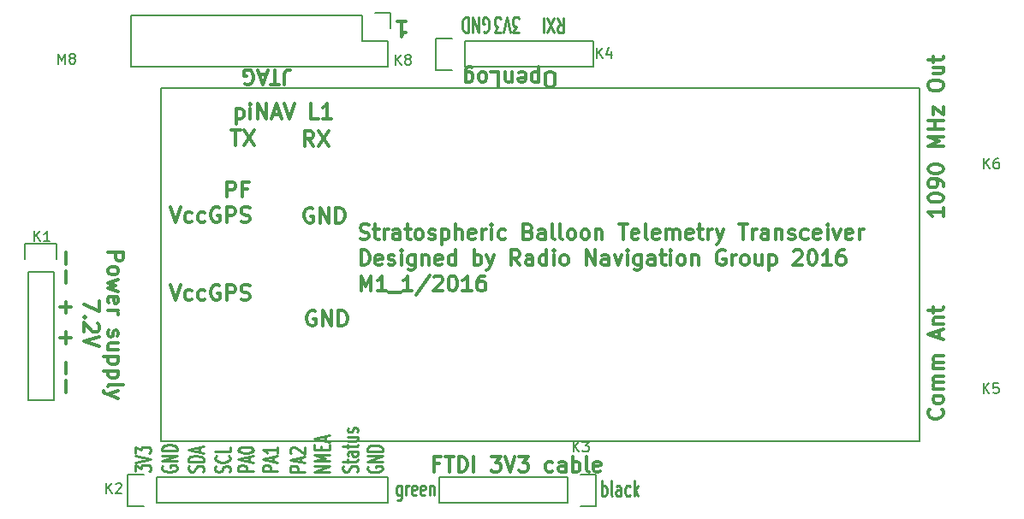
<source format=gbr>
G04 #@! TF.FileFunction,Legend,Top*
%FSLAX46Y46*%
G04 Gerber Fmt 4.6, Leading zero omitted, Abs format (unit mm)*
G04 Created by KiCad (PCBNEW 201611221049+7374~55~ubuntu16.04.1-product) date Sun Nov 27 19:54:39 2016*
%MOMM*%
%LPD*%
G01*
G04 APERTURE LIST*
%ADD10C,0.100000*%
%ADD11C,0.300000*%
%ADD12C,0.200000*%
%ADD13C,0.250000*%
%ADD14C,0.150000*%
G04 APERTURE END LIST*
D10*
D11*
X40557142Y-140178571D02*
X40557142Y-139035714D01*
X40557142Y-138321428D02*
X40557142Y-137178571D01*
X40557142Y-135321428D02*
X40557142Y-134178571D01*
X41128571Y-134750000D02*
X39985714Y-134750000D01*
X40557142Y-132321428D02*
X40557142Y-131178571D01*
X41128571Y-131750000D02*
X39985714Y-131750000D01*
X40557142Y-129321428D02*
X40557142Y-128178571D01*
X40557142Y-127464285D02*
X40557142Y-126321428D01*
X56514285Y-120828571D02*
X56514285Y-119328571D01*
X57085714Y-119328571D01*
X57228571Y-119400000D01*
X57300000Y-119471428D01*
X57371428Y-119614285D01*
X57371428Y-119828571D01*
X57300000Y-119971428D01*
X57228571Y-120042857D01*
X57085714Y-120114285D01*
X56514285Y-120114285D01*
X58514285Y-120042857D02*
X58014285Y-120042857D01*
X58014285Y-120828571D02*
X58014285Y-119328571D01*
X58728571Y-119328571D01*
X50900000Y-129528571D02*
X51400000Y-131028571D01*
X51900000Y-129528571D01*
X53042857Y-130957142D02*
X52900000Y-131028571D01*
X52614285Y-131028571D01*
X52471428Y-130957142D01*
X52400000Y-130885714D01*
X52328571Y-130742857D01*
X52328571Y-130314285D01*
X52400000Y-130171428D01*
X52471428Y-130100000D01*
X52614285Y-130028571D01*
X52900000Y-130028571D01*
X53042857Y-130100000D01*
X54328571Y-130957142D02*
X54185714Y-131028571D01*
X53900000Y-131028571D01*
X53757142Y-130957142D01*
X53685714Y-130885714D01*
X53614285Y-130742857D01*
X53614285Y-130314285D01*
X53685714Y-130171428D01*
X53757142Y-130100000D01*
X53900000Y-130028571D01*
X54185714Y-130028571D01*
X54328571Y-130100000D01*
X55757142Y-129600000D02*
X55614285Y-129528571D01*
X55400000Y-129528571D01*
X55185714Y-129600000D01*
X55042857Y-129742857D01*
X54971428Y-129885714D01*
X54900000Y-130171428D01*
X54900000Y-130385714D01*
X54971428Y-130671428D01*
X55042857Y-130814285D01*
X55185714Y-130957142D01*
X55400000Y-131028571D01*
X55542857Y-131028571D01*
X55757142Y-130957142D01*
X55828571Y-130885714D01*
X55828571Y-130385714D01*
X55542857Y-130385714D01*
X56471428Y-131028571D02*
X56471428Y-129528571D01*
X57042857Y-129528571D01*
X57185714Y-129600000D01*
X57257142Y-129671428D01*
X57328571Y-129814285D01*
X57328571Y-130028571D01*
X57257142Y-130171428D01*
X57185714Y-130242857D01*
X57042857Y-130314285D01*
X56471428Y-130314285D01*
X57900000Y-130957142D02*
X58114285Y-131028571D01*
X58471428Y-131028571D01*
X58614285Y-130957142D01*
X58685714Y-130885714D01*
X58757142Y-130742857D01*
X58757142Y-130600000D01*
X58685714Y-130457142D01*
X58614285Y-130385714D01*
X58471428Y-130314285D01*
X58185714Y-130242857D01*
X58042857Y-130171428D01*
X57971428Y-130100000D01*
X57900000Y-129957142D01*
X57900000Y-129814285D01*
X57971428Y-129671428D01*
X58042857Y-129600000D01*
X58185714Y-129528571D01*
X58542857Y-129528571D01*
X58757142Y-129600000D01*
X50900000Y-121828571D02*
X51400000Y-123328571D01*
X51900000Y-121828571D01*
X53042857Y-123257142D02*
X52900000Y-123328571D01*
X52614285Y-123328571D01*
X52471428Y-123257142D01*
X52400000Y-123185714D01*
X52328571Y-123042857D01*
X52328571Y-122614285D01*
X52400000Y-122471428D01*
X52471428Y-122400000D01*
X52614285Y-122328571D01*
X52900000Y-122328571D01*
X53042857Y-122400000D01*
X54328571Y-123257142D02*
X54185714Y-123328571D01*
X53900000Y-123328571D01*
X53757142Y-123257142D01*
X53685714Y-123185714D01*
X53614285Y-123042857D01*
X53614285Y-122614285D01*
X53685714Y-122471428D01*
X53757142Y-122400000D01*
X53900000Y-122328571D01*
X54185714Y-122328571D01*
X54328571Y-122400000D01*
X55757142Y-121900000D02*
X55614285Y-121828571D01*
X55400000Y-121828571D01*
X55185714Y-121900000D01*
X55042857Y-122042857D01*
X54971428Y-122185714D01*
X54900000Y-122471428D01*
X54900000Y-122685714D01*
X54971428Y-122971428D01*
X55042857Y-123114285D01*
X55185714Y-123257142D01*
X55400000Y-123328571D01*
X55542857Y-123328571D01*
X55757142Y-123257142D01*
X55828571Y-123185714D01*
X55828571Y-122685714D01*
X55542857Y-122685714D01*
X56471428Y-123328571D02*
X56471428Y-121828571D01*
X57042857Y-121828571D01*
X57185714Y-121900000D01*
X57257142Y-121971428D01*
X57328571Y-122114285D01*
X57328571Y-122328571D01*
X57257142Y-122471428D01*
X57185714Y-122542857D01*
X57042857Y-122614285D01*
X56471428Y-122614285D01*
X57900000Y-123257142D02*
X58114285Y-123328571D01*
X58471428Y-123328571D01*
X58614285Y-123257142D01*
X58685714Y-123185714D01*
X58757142Y-123042857D01*
X58757142Y-122900000D01*
X58685714Y-122757142D01*
X58614285Y-122685714D01*
X58471428Y-122614285D01*
X58185714Y-122542857D01*
X58042857Y-122471428D01*
X57971428Y-122400000D01*
X57900000Y-122257142D01*
X57900000Y-122114285D01*
X57971428Y-121971428D01*
X58042857Y-121900000D01*
X58185714Y-121828571D01*
X58542857Y-121828571D01*
X58757142Y-121900000D01*
X65257142Y-132150000D02*
X65114285Y-132078571D01*
X64900000Y-132078571D01*
X64685714Y-132150000D01*
X64542857Y-132292857D01*
X64471428Y-132435714D01*
X64400000Y-132721428D01*
X64400000Y-132935714D01*
X64471428Y-133221428D01*
X64542857Y-133364285D01*
X64685714Y-133507142D01*
X64900000Y-133578571D01*
X65042857Y-133578571D01*
X65257142Y-133507142D01*
X65328571Y-133435714D01*
X65328571Y-132935714D01*
X65042857Y-132935714D01*
X65971428Y-133578571D02*
X65971428Y-132078571D01*
X66828571Y-133578571D01*
X66828571Y-132078571D01*
X67542857Y-133578571D02*
X67542857Y-132078571D01*
X67900000Y-132078571D01*
X68114285Y-132150000D01*
X68257142Y-132292857D01*
X68328571Y-132435714D01*
X68400000Y-132721428D01*
X68400000Y-132935714D01*
X68328571Y-133221428D01*
X68257142Y-133364285D01*
X68114285Y-133507142D01*
X67900000Y-133578571D01*
X67542857Y-133578571D01*
X65007142Y-121950000D02*
X64864285Y-121878571D01*
X64650000Y-121878571D01*
X64435714Y-121950000D01*
X64292857Y-122092857D01*
X64221428Y-122235714D01*
X64150000Y-122521428D01*
X64150000Y-122735714D01*
X64221428Y-123021428D01*
X64292857Y-123164285D01*
X64435714Y-123307142D01*
X64650000Y-123378571D01*
X64792857Y-123378571D01*
X65007142Y-123307142D01*
X65078571Y-123235714D01*
X65078571Y-122735714D01*
X64792857Y-122735714D01*
X65721428Y-123378571D02*
X65721428Y-121878571D01*
X66578571Y-123378571D01*
X66578571Y-121878571D01*
X67292857Y-123378571D02*
X67292857Y-121878571D01*
X67650000Y-121878571D01*
X67864285Y-121950000D01*
X68007142Y-122092857D01*
X68078571Y-122235714D01*
X68150000Y-122521428D01*
X68150000Y-122735714D01*
X68078571Y-123021428D01*
X68007142Y-123164285D01*
X67864285Y-123307142D01*
X67650000Y-123378571D01*
X67292857Y-123378571D01*
X65050000Y-115778571D02*
X64550000Y-115064285D01*
X64192857Y-115778571D02*
X64192857Y-114278571D01*
X64764285Y-114278571D01*
X64907142Y-114350000D01*
X64978571Y-114421428D01*
X65050000Y-114564285D01*
X65050000Y-114778571D01*
X64978571Y-114921428D01*
X64907142Y-114992857D01*
X64764285Y-115064285D01*
X64192857Y-115064285D01*
X65550000Y-114278571D02*
X66550000Y-115778571D01*
X66550000Y-114278571D02*
X65550000Y-115778571D01*
X56957142Y-114228571D02*
X57814285Y-114228571D01*
X57385714Y-115728571D02*
X57385714Y-114228571D01*
X58171428Y-114228571D02*
X59171428Y-115728571D01*
X59171428Y-114228571D02*
X58171428Y-115728571D01*
D12*
X50000000Y-145000000D02*
X50000000Y-110000000D01*
X125000000Y-145000000D02*
X50000000Y-145000000D01*
X125000000Y-110000000D02*
X125000000Y-145000000D01*
X50000000Y-110000000D02*
X125000000Y-110000000D01*
D11*
X57457142Y-112078571D02*
X57457142Y-113578571D01*
X57457142Y-112150000D02*
X57600000Y-112078571D01*
X57885714Y-112078571D01*
X58028571Y-112150000D01*
X58100000Y-112221428D01*
X58171428Y-112364285D01*
X58171428Y-112792857D01*
X58100000Y-112935714D01*
X58028571Y-113007142D01*
X57885714Y-113078571D01*
X57600000Y-113078571D01*
X57457142Y-113007142D01*
X58814285Y-113078571D02*
X58814285Y-112078571D01*
X58814285Y-111578571D02*
X58742857Y-111650000D01*
X58814285Y-111721428D01*
X58885714Y-111650000D01*
X58814285Y-111578571D01*
X58814285Y-111721428D01*
X59528571Y-113078571D02*
X59528571Y-111578571D01*
X60385714Y-113078571D01*
X60385714Y-111578571D01*
X61028571Y-112650000D02*
X61742857Y-112650000D01*
X60885714Y-113078571D02*
X61385714Y-111578571D01*
X61885714Y-113078571D01*
X62171428Y-111578571D02*
X62671428Y-113078571D01*
X63171428Y-111578571D01*
X65528571Y-113078571D02*
X64814285Y-113078571D01*
X64814285Y-111578571D01*
X66814285Y-113078571D02*
X65957142Y-113078571D01*
X66385714Y-113078571D02*
X66385714Y-111578571D01*
X66242857Y-111792857D01*
X66100000Y-111935714D01*
X65957142Y-112007142D01*
X69680714Y-124957142D02*
X69895000Y-125028571D01*
X70252142Y-125028571D01*
X70395000Y-124957142D01*
X70466428Y-124885714D01*
X70537857Y-124742857D01*
X70537857Y-124600000D01*
X70466428Y-124457142D01*
X70395000Y-124385714D01*
X70252142Y-124314285D01*
X69966428Y-124242857D01*
X69823571Y-124171428D01*
X69752142Y-124100000D01*
X69680714Y-123957142D01*
X69680714Y-123814285D01*
X69752142Y-123671428D01*
X69823571Y-123600000D01*
X69966428Y-123528571D01*
X70323571Y-123528571D01*
X70537857Y-123600000D01*
X70966428Y-124028571D02*
X71537857Y-124028571D01*
X71180714Y-123528571D02*
X71180714Y-124814285D01*
X71252142Y-124957142D01*
X71395000Y-125028571D01*
X71537857Y-125028571D01*
X72037857Y-125028571D02*
X72037857Y-124028571D01*
X72037857Y-124314285D02*
X72109285Y-124171428D01*
X72180714Y-124100000D01*
X72323571Y-124028571D01*
X72466428Y-124028571D01*
X73609285Y-125028571D02*
X73609285Y-124242857D01*
X73537857Y-124100000D01*
X73395000Y-124028571D01*
X73109285Y-124028571D01*
X72966428Y-124100000D01*
X73609285Y-124957142D02*
X73466428Y-125028571D01*
X73109285Y-125028571D01*
X72966428Y-124957142D01*
X72895000Y-124814285D01*
X72895000Y-124671428D01*
X72966428Y-124528571D01*
X73109285Y-124457142D01*
X73466428Y-124457142D01*
X73609285Y-124385714D01*
X74109285Y-124028571D02*
X74680714Y-124028571D01*
X74323571Y-123528571D02*
X74323571Y-124814285D01*
X74395000Y-124957142D01*
X74537857Y-125028571D01*
X74680714Y-125028571D01*
X75395000Y-125028571D02*
X75252142Y-124957142D01*
X75180714Y-124885714D01*
X75109285Y-124742857D01*
X75109285Y-124314285D01*
X75180714Y-124171428D01*
X75252142Y-124100000D01*
X75395000Y-124028571D01*
X75609285Y-124028571D01*
X75752142Y-124100000D01*
X75823571Y-124171428D01*
X75895000Y-124314285D01*
X75895000Y-124742857D01*
X75823571Y-124885714D01*
X75752142Y-124957142D01*
X75609285Y-125028571D01*
X75395000Y-125028571D01*
X76466428Y-124957142D02*
X76609285Y-125028571D01*
X76895000Y-125028571D01*
X77037857Y-124957142D01*
X77109285Y-124814285D01*
X77109285Y-124742857D01*
X77037857Y-124600000D01*
X76895000Y-124528571D01*
X76680714Y-124528571D01*
X76537857Y-124457142D01*
X76466428Y-124314285D01*
X76466428Y-124242857D01*
X76537857Y-124100000D01*
X76680714Y-124028571D01*
X76895000Y-124028571D01*
X77037857Y-124100000D01*
X77752142Y-124028571D02*
X77752142Y-125528571D01*
X77752142Y-124100000D02*
X77895000Y-124028571D01*
X78180714Y-124028571D01*
X78323571Y-124100000D01*
X78395000Y-124171428D01*
X78466428Y-124314285D01*
X78466428Y-124742857D01*
X78395000Y-124885714D01*
X78323571Y-124957142D01*
X78180714Y-125028571D01*
X77895000Y-125028571D01*
X77752142Y-124957142D01*
X79109285Y-125028571D02*
X79109285Y-123528571D01*
X79752142Y-125028571D02*
X79752142Y-124242857D01*
X79680714Y-124100000D01*
X79537857Y-124028571D01*
X79323571Y-124028571D01*
X79180714Y-124100000D01*
X79109285Y-124171428D01*
X81037857Y-124957142D02*
X80895000Y-125028571D01*
X80609285Y-125028571D01*
X80466428Y-124957142D01*
X80395000Y-124814285D01*
X80395000Y-124242857D01*
X80466428Y-124100000D01*
X80609285Y-124028571D01*
X80895000Y-124028571D01*
X81037857Y-124100000D01*
X81109285Y-124242857D01*
X81109285Y-124385714D01*
X80395000Y-124528571D01*
X81752142Y-125028571D02*
X81752142Y-124028571D01*
X81752142Y-124314285D02*
X81823571Y-124171428D01*
X81895000Y-124100000D01*
X82037857Y-124028571D01*
X82180714Y-124028571D01*
X82680714Y-125028571D02*
X82680714Y-124028571D01*
X82680714Y-123528571D02*
X82609285Y-123600000D01*
X82680714Y-123671428D01*
X82752142Y-123600000D01*
X82680714Y-123528571D01*
X82680714Y-123671428D01*
X84037857Y-124957142D02*
X83895000Y-125028571D01*
X83609285Y-125028571D01*
X83466428Y-124957142D01*
X83395000Y-124885714D01*
X83323571Y-124742857D01*
X83323571Y-124314285D01*
X83395000Y-124171428D01*
X83466428Y-124100000D01*
X83609285Y-124028571D01*
X83895000Y-124028571D01*
X84037857Y-124100000D01*
X86323571Y-124242857D02*
X86537857Y-124314285D01*
X86609285Y-124385714D01*
X86680714Y-124528571D01*
X86680714Y-124742857D01*
X86609285Y-124885714D01*
X86537857Y-124957142D01*
X86395000Y-125028571D01*
X85823571Y-125028571D01*
X85823571Y-123528571D01*
X86323571Y-123528571D01*
X86466428Y-123600000D01*
X86537857Y-123671428D01*
X86609285Y-123814285D01*
X86609285Y-123957142D01*
X86537857Y-124100000D01*
X86466428Y-124171428D01*
X86323571Y-124242857D01*
X85823571Y-124242857D01*
X87966428Y-125028571D02*
X87966428Y-124242857D01*
X87895000Y-124100000D01*
X87752142Y-124028571D01*
X87466428Y-124028571D01*
X87323571Y-124100000D01*
X87966428Y-124957142D02*
X87823571Y-125028571D01*
X87466428Y-125028571D01*
X87323571Y-124957142D01*
X87252142Y-124814285D01*
X87252142Y-124671428D01*
X87323571Y-124528571D01*
X87466428Y-124457142D01*
X87823571Y-124457142D01*
X87966428Y-124385714D01*
X88895000Y-125028571D02*
X88752142Y-124957142D01*
X88680714Y-124814285D01*
X88680714Y-123528571D01*
X89680714Y-125028571D02*
X89537857Y-124957142D01*
X89466428Y-124814285D01*
X89466428Y-123528571D01*
X90466428Y-125028571D02*
X90323571Y-124957142D01*
X90252142Y-124885714D01*
X90180714Y-124742857D01*
X90180714Y-124314285D01*
X90252142Y-124171428D01*
X90323571Y-124100000D01*
X90466428Y-124028571D01*
X90680714Y-124028571D01*
X90823571Y-124100000D01*
X90895000Y-124171428D01*
X90966428Y-124314285D01*
X90966428Y-124742857D01*
X90895000Y-124885714D01*
X90823571Y-124957142D01*
X90680714Y-125028571D01*
X90466428Y-125028571D01*
X91823571Y-125028571D02*
X91680714Y-124957142D01*
X91609285Y-124885714D01*
X91537857Y-124742857D01*
X91537857Y-124314285D01*
X91609285Y-124171428D01*
X91680714Y-124100000D01*
X91823571Y-124028571D01*
X92037857Y-124028571D01*
X92180714Y-124100000D01*
X92252142Y-124171428D01*
X92323571Y-124314285D01*
X92323571Y-124742857D01*
X92252142Y-124885714D01*
X92180714Y-124957142D01*
X92037857Y-125028571D01*
X91823571Y-125028571D01*
X92966428Y-124028571D02*
X92966428Y-125028571D01*
X92966428Y-124171428D02*
X93037857Y-124100000D01*
X93180714Y-124028571D01*
X93395000Y-124028571D01*
X93537857Y-124100000D01*
X93609285Y-124242857D01*
X93609285Y-125028571D01*
X95252142Y-123528571D02*
X96109285Y-123528571D01*
X95680714Y-125028571D02*
X95680714Y-123528571D01*
X97180714Y-124957142D02*
X97037857Y-125028571D01*
X96752142Y-125028571D01*
X96609285Y-124957142D01*
X96537857Y-124814285D01*
X96537857Y-124242857D01*
X96609285Y-124100000D01*
X96752142Y-124028571D01*
X97037857Y-124028571D01*
X97180714Y-124100000D01*
X97252142Y-124242857D01*
X97252142Y-124385714D01*
X96537857Y-124528571D01*
X98109285Y-125028571D02*
X97966428Y-124957142D01*
X97895000Y-124814285D01*
X97895000Y-123528571D01*
X99252142Y-124957142D02*
X99109285Y-125028571D01*
X98823571Y-125028571D01*
X98680714Y-124957142D01*
X98609285Y-124814285D01*
X98609285Y-124242857D01*
X98680714Y-124100000D01*
X98823571Y-124028571D01*
X99109285Y-124028571D01*
X99252142Y-124100000D01*
X99323571Y-124242857D01*
X99323571Y-124385714D01*
X98609285Y-124528571D01*
X99966428Y-125028571D02*
X99966428Y-124028571D01*
X99966428Y-124171428D02*
X100037857Y-124100000D01*
X100180714Y-124028571D01*
X100395000Y-124028571D01*
X100537857Y-124100000D01*
X100609285Y-124242857D01*
X100609285Y-125028571D01*
X100609285Y-124242857D02*
X100680714Y-124100000D01*
X100823571Y-124028571D01*
X101037857Y-124028571D01*
X101180714Y-124100000D01*
X101252142Y-124242857D01*
X101252142Y-125028571D01*
X102537857Y-124957142D02*
X102395000Y-125028571D01*
X102109285Y-125028571D01*
X101966428Y-124957142D01*
X101895000Y-124814285D01*
X101895000Y-124242857D01*
X101966428Y-124100000D01*
X102109285Y-124028571D01*
X102395000Y-124028571D01*
X102537857Y-124100000D01*
X102609285Y-124242857D01*
X102609285Y-124385714D01*
X101895000Y-124528571D01*
X103037857Y-124028571D02*
X103609285Y-124028571D01*
X103252142Y-123528571D02*
X103252142Y-124814285D01*
X103323571Y-124957142D01*
X103466428Y-125028571D01*
X103609285Y-125028571D01*
X104109285Y-125028571D02*
X104109285Y-124028571D01*
X104109285Y-124314285D02*
X104180714Y-124171428D01*
X104252142Y-124100000D01*
X104395000Y-124028571D01*
X104537857Y-124028571D01*
X104895000Y-124028571D02*
X105252142Y-125028571D01*
X105609285Y-124028571D02*
X105252142Y-125028571D01*
X105109285Y-125385714D01*
X105037857Y-125457142D01*
X104895000Y-125528571D01*
X107109285Y-123528571D02*
X107966428Y-123528571D01*
X107537857Y-125028571D02*
X107537857Y-123528571D01*
X108466428Y-125028571D02*
X108466428Y-124028571D01*
X108466428Y-124314285D02*
X108537857Y-124171428D01*
X108609285Y-124100000D01*
X108752142Y-124028571D01*
X108895000Y-124028571D01*
X110037857Y-125028571D02*
X110037857Y-124242857D01*
X109966428Y-124100000D01*
X109823571Y-124028571D01*
X109537857Y-124028571D01*
X109395000Y-124100000D01*
X110037857Y-124957142D02*
X109895000Y-125028571D01*
X109537857Y-125028571D01*
X109395000Y-124957142D01*
X109323571Y-124814285D01*
X109323571Y-124671428D01*
X109395000Y-124528571D01*
X109537857Y-124457142D01*
X109895000Y-124457142D01*
X110037857Y-124385714D01*
X110752142Y-124028571D02*
X110752142Y-125028571D01*
X110752142Y-124171428D02*
X110823571Y-124100000D01*
X110966428Y-124028571D01*
X111180714Y-124028571D01*
X111323571Y-124100000D01*
X111395000Y-124242857D01*
X111395000Y-125028571D01*
X112037857Y-124957142D02*
X112180714Y-125028571D01*
X112466428Y-125028571D01*
X112609285Y-124957142D01*
X112680714Y-124814285D01*
X112680714Y-124742857D01*
X112609285Y-124600000D01*
X112466428Y-124528571D01*
X112252142Y-124528571D01*
X112109285Y-124457142D01*
X112037857Y-124314285D01*
X112037857Y-124242857D01*
X112109285Y-124100000D01*
X112252142Y-124028571D01*
X112466428Y-124028571D01*
X112609285Y-124100000D01*
X113966428Y-124957142D02*
X113823571Y-125028571D01*
X113537857Y-125028571D01*
X113395000Y-124957142D01*
X113323571Y-124885714D01*
X113252142Y-124742857D01*
X113252142Y-124314285D01*
X113323571Y-124171428D01*
X113395000Y-124100000D01*
X113537857Y-124028571D01*
X113823571Y-124028571D01*
X113966428Y-124100000D01*
X115180714Y-124957142D02*
X115037857Y-125028571D01*
X114752142Y-125028571D01*
X114609285Y-124957142D01*
X114537857Y-124814285D01*
X114537857Y-124242857D01*
X114609285Y-124100000D01*
X114752142Y-124028571D01*
X115037857Y-124028571D01*
X115180714Y-124100000D01*
X115252142Y-124242857D01*
X115252142Y-124385714D01*
X114537857Y-124528571D01*
X115895000Y-125028571D02*
X115895000Y-124028571D01*
X115895000Y-123528571D02*
X115823571Y-123600000D01*
X115895000Y-123671428D01*
X115966428Y-123600000D01*
X115895000Y-123528571D01*
X115895000Y-123671428D01*
X116466428Y-124028571D02*
X116823571Y-125028571D01*
X117180714Y-124028571D01*
X118323571Y-124957142D02*
X118180714Y-125028571D01*
X117895000Y-125028571D01*
X117752142Y-124957142D01*
X117680714Y-124814285D01*
X117680714Y-124242857D01*
X117752142Y-124100000D01*
X117895000Y-124028571D01*
X118180714Y-124028571D01*
X118323571Y-124100000D01*
X118395000Y-124242857D01*
X118395000Y-124385714D01*
X117680714Y-124528571D01*
X119037857Y-125028571D02*
X119037857Y-124028571D01*
X119037857Y-124314285D02*
X119109285Y-124171428D01*
X119180714Y-124100000D01*
X119323571Y-124028571D01*
X119466428Y-124028571D01*
X69752142Y-127578571D02*
X69752142Y-126078571D01*
X70109285Y-126078571D01*
X70323571Y-126150000D01*
X70466428Y-126292857D01*
X70537857Y-126435714D01*
X70609285Y-126721428D01*
X70609285Y-126935714D01*
X70537857Y-127221428D01*
X70466428Y-127364285D01*
X70323571Y-127507142D01*
X70109285Y-127578571D01*
X69752142Y-127578571D01*
X71823571Y-127507142D02*
X71680714Y-127578571D01*
X71395000Y-127578571D01*
X71252142Y-127507142D01*
X71180714Y-127364285D01*
X71180714Y-126792857D01*
X71252142Y-126650000D01*
X71395000Y-126578571D01*
X71680714Y-126578571D01*
X71823571Y-126650000D01*
X71895000Y-126792857D01*
X71895000Y-126935714D01*
X71180714Y-127078571D01*
X72466428Y-127507142D02*
X72609285Y-127578571D01*
X72895000Y-127578571D01*
X73037857Y-127507142D01*
X73109285Y-127364285D01*
X73109285Y-127292857D01*
X73037857Y-127150000D01*
X72895000Y-127078571D01*
X72680714Y-127078571D01*
X72537857Y-127007142D01*
X72466428Y-126864285D01*
X72466428Y-126792857D01*
X72537857Y-126650000D01*
X72680714Y-126578571D01*
X72895000Y-126578571D01*
X73037857Y-126650000D01*
X73752142Y-127578571D02*
X73752142Y-126578571D01*
X73752142Y-126078571D02*
X73680714Y-126150000D01*
X73752142Y-126221428D01*
X73823571Y-126150000D01*
X73752142Y-126078571D01*
X73752142Y-126221428D01*
X75109285Y-126578571D02*
X75109285Y-127792857D01*
X75037857Y-127935714D01*
X74966428Y-128007142D01*
X74823571Y-128078571D01*
X74609285Y-128078571D01*
X74466428Y-128007142D01*
X75109285Y-127507142D02*
X74966428Y-127578571D01*
X74680714Y-127578571D01*
X74537857Y-127507142D01*
X74466428Y-127435714D01*
X74395000Y-127292857D01*
X74395000Y-126864285D01*
X74466428Y-126721428D01*
X74537857Y-126650000D01*
X74680714Y-126578571D01*
X74966428Y-126578571D01*
X75109285Y-126650000D01*
X75823571Y-126578571D02*
X75823571Y-127578571D01*
X75823571Y-126721428D02*
X75895000Y-126650000D01*
X76037857Y-126578571D01*
X76252142Y-126578571D01*
X76395000Y-126650000D01*
X76466428Y-126792857D01*
X76466428Y-127578571D01*
X77752142Y-127507142D02*
X77609285Y-127578571D01*
X77323571Y-127578571D01*
X77180714Y-127507142D01*
X77109285Y-127364285D01*
X77109285Y-126792857D01*
X77180714Y-126650000D01*
X77323571Y-126578571D01*
X77609285Y-126578571D01*
X77752142Y-126650000D01*
X77823571Y-126792857D01*
X77823571Y-126935714D01*
X77109285Y-127078571D01*
X79109285Y-127578571D02*
X79109285Y-126078571D01*
X79109285Y-127507142D02*
X78966428Y-127578571D01*
X78680714Y-127578571D01*
X78537857Y-127507142D01*
X78466428Y-127435714D01*
X78395000Y-127292857D01*
X78395000Y-126864285D01*
X78466428Y-126721428D01*
X78537857Y-126650000D01*
X78680714Y-126578571D01*
X78966428Y-126578571D01*
X79109285Y-126650000D01*
X80966428Y-127578571D02*
X80966428Y-126078571D01*
X80966428Y-126650000D02*
X81109285Y-126578571D01*
X81395000Y-126578571D01*
X81537857Y-126650000D01*
X81609285Y-126721428D01*
X81680714Y-126864285D01*
X81680714Y-127292857D01*
X81609285Y-127435714D01*
X81537857Y-127507142D01*
X81395000Y-127578571D01*
X81109285Y-127578571D01*
X80966428Y-127507142D01*
X82180714Y-126578571D02*
X82537857Y-127578571D01*
X82895000Y-126578571D02*
X82537857Y-127578571D01*
X82395000Y-127935714D01*
X82323571Y-128007142D01*
X82180714Y-128078571D01*
X85466428Y-127578571D02*
X84966428Y-126864285D01*
X84609285Y-127578571D02*
X84609285Y-126078571D01*
X85180714Y-126078571D01*
X85323571Y-126150000D01*
X85395000Y-126221428D01*
X85466428Y-126364285D01*
X85466428Y-126578571D01*
X85395000Y-126721428D01*
X85323571Y-126792857D01*
X85180714Y-126864285D01*
X84609285Y-126864285D01*
X86752142Y-127578571D02*
X86752142Y-126792857D01*
X86680714Y-126650000D01*
X86537857Y-126578571D01*
X86252142Y-126578571D01*
X86109285Y-126650000D01*
X86752142Y-127507142D02*
X86609285Y-127578571D01*
X86252142Y-127578571D01*
X86109285Y-127507142D01*
X86037857Y-127364285D01*
X86037857Y-127221428D01*
X86109285Y-127078571D01*
X86252142Y-127007142D01*
X86609285Y-127007142D01*
X86752142Y-126935714D01*
X88109285Y-127578571D02*
X88109285Y-126078571D01*
X88109285Y-127507142D02*
X87966428Y-127578571D01*
X87680714Y-127578571D01*
X87537857Y-127507142D01*
X87466428Y-127435714D01*
X87395000Y-127292857D01*
X87395000Y-126864285D01*
X87466428Y-126721428D01*
X87537857Y-126650000D01*
X87680714Y-126578571D01*
X87966428Y-126578571D01*
X88109285Y-126650000D01*
X88823571Y-127578571D02*
X88823571Y-126578571D01*
X88823571Y-126078571D02*
X88752142Y-126150000D01*
X88823571Y-126221428D01*
X88895000Y-126150000D01*
X88823571Y-126078571D01*
X88823571Y-126221428D01*
X89752142Y-127578571D02*
X89609285Y-127507142D01*
X89537857Y-127435714D01*
X89466428Y-127292857D01*
X89466428Y-126864285D01*
X89537857Y-126721428D01*
X89609285Y-126650000D01*
X89752142Y-126578571D01*
X89966428Y-126578571D01*
X90109285Y-126650000D01*
X90180714Y-126721428D01*
X90252142Y-126864285D01*
X90252142Y-127292857D01*
X90180714Y-127435714D01*
X90109285Y-127507142D01*
X89966428Y-127578571D01*
X89752142Y-127578571D01*
X92037857Y-127578571D02*
X92037857Y-126078571D01*
X92895000Y-127578571D01*
X92895000Y-126078571D01*
X94252142Y-127578571D02*
X94252142Y-126792857D01*
X94180714Y-126650000D01*
X94037857Y-126578571D01*
X93752142Y-126578571D01*
X93609285Y-126650000D01*
X94252142Y-127507142D02*
X94109285Y-127578571D01*
X93752142Y-127578571D01*
X93609285Y-127507142D01*
X93537857Y-127364285D01*
X93537857Y-127221428D01*
X93609285Y-127078571D01*
X93752142Y-127007142D01*
X94109285Y-127007142D01*
X94252142Y-126935714D01*
X94823571Y-126578571D02*
X95180714Y-127578571D01*
X95537857Y-126578571D01*
X96109285Y-127578571D02*
X96109285Y-126578571D01*
X96109285Y-126078571D02*
X96037857Y-126150000D01*
X96109285Y-126221428D01*
X96180714Y-126150000D01*
X96109285Y-126078571D01*
X96109285Y-126221428D01*
X97466428Y-126578571D02*
X97466428Y-127792857D01*
X97395000Y-127935714D01*
X97323571Y-128007142D01*
X97180714Y-128078571D01*
X96966428Y-128078571D01*
X96823571Y-128007142D01*
X97466428Y-127507142D02*
X97323571Y-127578571D01*
X97037857Y-127578571D01*
X96895000Y-127507142D01*
X96823571Y-127435714D01*
X96752142Y-127292857D01*
X96752142Y-126864285D01*
X96823571Y-126721428D01*
X96895000Y-126650000D01*
X97037857Y-126578571D01*
X97323571Y-126578571D01*
X97466428Y-126650000D01*
X98823571Y-127578571D02*
X98823571Y-126792857D01*
X98752142Y-126650000D01*
X98609285Y-126578571D01*
X98323571Y-126578571D01*
X98180714Y-126650000D01*
X98823571Y-127507142D02*
X98680714Y-127578571D01*
X98323571Y-127578571D01*
X98180714Y-127507142D01*
X98109285Y-127364285D01*
X98109285Y-127221428D01*
X98180714Y-127078571D01*
X98323571Y-127007142D01*
X98680714Y-127007142D01*
X98823571Y-126935714D01*
X99323571Y-126578571D02*
X99895000Y-126578571D01*
X99537857Y-126078571D02*
X99537857Y-127364285D01*
X99609285Y-127507142D01*
X99752142Y-127578571D01*
X99895000Y-127578571D01*
X100395000Y-127578571D02*
X100395000Y-126578571D01*
X100395000Y-126078571D02*
X100323571Y-126150000D01*
X100395000Y-126221428D01*
X100466428Y-126150000D01*
X100395000Y-126078571D01*
X100395000Y-126221428D01*
X101323571Y-127578571D02*
X101180714Y-127507142D01*
X101109285Y-127435714D01*
X101037857Y-127292857D01*
X101037857Y-126864285D01*
X101109285Y-126721428D01*
X101180714Y-126650000D01*
X101323571Y-126578571D01*
X101537857Y-126578571D01*
X101680714Y-126650000D01*
X101752142Y-126721428D01*
X101823571Y-126864285D01*
X101823571Y-127292857D01*
X101752142Y-127435714D01*
X101680714Y-127507142D01*
X101537857Y-127578571D01*
X101323571Y-127578571D01*
X102466428Y-126578571D02*
X102466428Y-127578571D01*
X102466428Y-126721428D02*
X102537857Y-126650000D01*
X102680714Y-126578571D01*
X102895000Y-126578571D01*
X103037857Y-126650000D01*
X103109285Y-126792857D01*
X103109285Y-127578571D01*
X105752142Y-126150000D02*
X105609285Y-126078571D01*
X105395000Y-126078571D01*
X105180714Y-126150000D01*
X105037857Y-126292857D01*
X104966428Y-126435714D01*
X104895000Y-126721428D01*
X104895000Y-126935714D01*
X104966428Y-127221428D01*
X105037857Y-127364285D01*
X105180714Y-127507142D01*
X105395000Y-127578571D01*
X105537857Y-127578571D01*
X105752142Y-127507142D01*
X105823571Y-127435714D01*
X105823571Y-126935714D01*
X105537857Y-126935714D01*
X106466428Y-127578571D02*
X106466428Y-126578571D01*
X106466428Y-126864285D02*
X106537857Y-126721428D01*
X106609285Y-126650000D01*
X106752142Y-126578571D01*
X106895000Y-126578571D01*
X107609285Y-127578571D02*
X107466428Y-127507142D01*
X107395000Y-127435714D01*
X107323571Y-127292857D01*
X107323571Y-126864285D01*
X107395000Y-126721428D01*
X107466428Y-126650000D01*
X107609285Y-126578571D01*
X107823571Y-126578571D01*
X107966428Y-126650000D01*
X108037857Y-126721428D01*
X108109285Y-126864285D01*
X108109285Y-127292857D01*
X108037857Y-127435714D01*
X107966428Y-127507142D01*
X107823571Y-127578571D01*
X107609285Y-127578571D01*
X109395000Y-126578571D02*
X109395000Y-127578571D01*
X108752142Y-126578571D02*
X108752142Y-127364285D01*
X108823571Y-127507142D01*
X108966428Y-127578571D01*
X109180714Y-127578571D01*
X109323571Y-127507142D01*
X109395000Y-127435714D01*
X110109285Y-126578571D02*
X110109285Y-128078571D01*
X110109285Y-126650000D02*
X110252142Y-126578571D01*
X110537857Y-126578571D01*
X110680714Y-126650000D01*
X110752142Y-126721428D01*
X110823571Y-126864285D01*
X110823571Y-127292857D01*
X110752142Y-127435714D01*
X110680714Y-127507142D01*
X110537857Y-127578571D01*
X110252142Y-127578571D01*
X110109285Y-127507142D01*
X112537857Y-126221428D02*
X112609285Y-126150000D01*
X112752142Y-126078571D01*
X113109285Y-126078571D01*
X113252142Y-126150000D01*
X113323571Y-126221428D01*
X113395000Y-126364285D01*
X113395000Y-126507142D01*
X113323571Y-126721428D01*
X112466428Y-127578571D01*
X113395000Y-127578571D01*
X114323571Y-126078571D02*
X114466428Y-126078571D01*
X114609285Y-126150000D01*
X114680714Y-126221428D01*
X114752142Y-126364285D01*
X114823571Y-126650000D01*
X114823571Y-127007142D01*
X114752142Y-127292857D01*
X114680714Y-127435714D01*
X114609285Y-127507142D01*
X114466428Y-127578571D01*
X114323571Y-127578571D01*
X114180714Y-127507142D01*
X114109285Y-127435714D01*
X114037857Y-127292857D01*
X113966428Y-127007142D01*
X113966428Y-126650000D01*
X114037857Y-126364285D01*
X114109285Y-126221428D01*
X114180714Y-126150000D01*
X114323571Y-126078571D01*
X116252142Y-127578571D02*
X115394999Y-127578571D01*
X115823571Y-127578571D02*
X115823571Y-126078571D01*
X115680714Y-126292857D01*
X115537857Y-126435714D01*
X115394999Y-126507142D01*
X117537857Y-126078571D02*
X117252142Y-126078571D01*
X117109285Y-126150000D01*
X117037857Y-126221428D01*
X116894999Y-126435714D01*
X116823571Y-126721428D01*
X116823571Y-127292857D01*
X116894999Y-127435714D01*
X116966428Y-127507142D01*
X117109285Y-127578571D01*
X117394999Y-127578571D01*
X117537857Y-127507142D01*
X117609285Y-127435714D01*
X117680714Y-127292857D01*
X117680714Y-126935714D01*
X117609285Y-126792857D01*
X117537857Y-126721428D01*
X117394999Y-126650000D01*
X117109285Y-126650000D01*
X116966428Y-126721428D01*
X116894999Y-126792857D01*
X116823571Y-126935714D01*
X69752142Y-130128571D02*
X69752142Y-128628571D01*
X70252142Y-129700000D01*
X70752142Y-128628571D01*
X70752142Y-130128571D01*
X72252142Y-130128571D02*
X71395000Y-130128571D01*
X71823571Y-130128571D02*
X71823571Y-128628571D01*
X71680714Y-128842857D01*
X71537857Y-128985714D01*
X71395000Y-129057142D01*
X72537857Y-130271428D02*
X73680714Y-130271428D01*
X74823571Y-130128571D02*
X73966428Y-130128571D01*
X74395000Y-130128571D02*
X74395000Y-128628571D01*
X74252142Y-128842857D01*
X74109285Y-128985714D01*
X73966428Y-129057142D01*
X76537857Y-128557142D02*
X75252142Y-130485714D01*
X76966428Y-128771428D02*
X77037857Y-128700000D01*
X77180714Y-128628571D01*
X77537857Y-128628571D01*
X77680714Y-128700000D01*
X77752142Y-128771428D01*
X77823571Y-128914285D01*
X77823571Y-129057142D01*
X77752142Y-129271428D01*
X76895000Y-130128571D01*
X77823571Y-130128571D01*
X78752142Y-128628571D02*
X78895000Y-128628571D01*
X79037857Y-128700000D01*
X79109285Y-128771428D01*
X79180714Y-128914285D01*
X79252142Y-129200000D01*
X79252142Y-129557142D01*
X79180714Y-129842857D01*
X79109285Y-129985714D01*
X79037857Y-130057142D01*
X78895000Y-130128571D01*
X78752142Y-130128571D01*
X78609285Y-130057142D01*
X78537857Y-129985714D01*
X78466428Y-129842857D01*
X78395000Y-129557142D01*
X78395000Y-129200000D01*
X78466428Y-128914285D01*
X78537857Y-128771428D01*
X78609285Y-128700000D01*
X78752142Y-128628571D01*
X80680714Y-130128571D02*
X79823571Y-130128571D01*
X80252142Y-130128571D02*
X80252142Y-128628571D01*
X80109285Y-128842857D01*
X79966428Y-128985714D01*
X79823571Y-129057142D01*
X81966428Y-128628571D02*
X81680714Y-128628571D01*
X81537857Y-128700000D01*
X81466428Y-128771428D01*
X81323571Y-128985714D01*
X81252142Y-129271428D01*
X81252142Y-129842857D01*
X81323571Y-129985714D01*
X81395000Y-130057142D01*
X81537857Y-130128571D01*
X81823571Y-130128571D01*
X81966428Y-130057142D01*
X82037857Y-129985714D01*
X82109285Y-129842857D01*
X82109285Y-129485714D01*
X82037857Y-129342857D01*
X81966428Y-129271428D01*
X81823571Y-129200000D01*
X81537857Y-129200000D01*
X81395000Y-129271428D01*
X81323571Y-129342857D01*
X81252142Y-129485714D01*
X127328571Y-121899999D02*
X127328571Y-122757142D01*
X127328571Y-122328571D02*
X125828571Y-122328571D01*
X126042857Y-122471428D01*
X126185714Y-122614285D01*
X126257142Y-122757142D01*
X125828571Y-120971428D02*
X125828571Y-120828571D01*
X125900000Y-120685714D01*
X125971428Y-120614285D01*
X126114285Y-120542857D01*
X126400000Y-120471428D01*
X126757142Y-120471428D01*
X127042857Y-120542857D01*
X127185714Y-120614285D01*
X127257142Y-120685714D01*
X127328571Y-120828571D01*
X127328571Y-120971428D01*
X127257142Y-121114285D01*
X127185714Y-121185714D01*
X127042857Y-121257142D01*
X126757142Y-121328571D01*
X126400000Y-121328571D01*
X126114285Y-121257142D01*
X125971428Y-121185714D01*
X125900000Y-121114285D01*
X125828571Y-120971428D01*
X127328571Y-119757142D02*
X127328571Y-119471428D01*
X127257142Y-119328571D01*
X127185714Y-119257142D01*
X126971428Y-119114285D01*
X126685714Y-119042857D01*
X126114285Y-119042857D01*
X125971428Y-119114285D01*
X125900000Y-119185714D01*
X125828571Y-119328571D01*
X125828571Y-119614285D01*
X125900000Y-119757142D01*
X125971428Y-119828571D01*
X126114285Y-119899999D01*
X126471428Y-119899999D01*
X126614285Y-119828571D01*
X126685714Y-119757142D01*
X126757142Y-119614285D01*
X126757142Y-119328571D01*
X126685714Y-119185714D01*
X126614285Y-119114285D01*
X126471428Y-119042857D01*
X125828571Y-118114285D02*
X125828571Y-117971428D01*
X125900000Y-117828571D01*
X125971428Y-117757142D01*
X126114285Y-117685714D01*
X126400000Y-117614285D01*
X126757142Y-117614285D01*
X127042857Y-117685714D01*
X127185714Y-117757142D01*
X127257142Y-117828571D01*
X127328571Y-117971428D01*
X127328571Y-118114285D01*
X127257142Y-118257142D01*
X127185714Y-118328571D01*
X127042857Y-118399999D01*
X126757142Y-118471428D01*
X126400000Y-118471428D01*
X126114285Y-118399999D01*
X125971428Y-118328571D01*
X125900000Y-118257142D01*
X125828571Y-118114285D01*
X127328571Y-115828571D02*
X125828571Y-115828571D01*
X126900000Y-115328571D01*
X125828571Y-114828571D01*
X127328571Y-114828571D01*
X127328571Y-114114285D02*
X125828571Y-114114285D01*
X126542857Y-114114285D02*
X126542857Y-113257142D01*
X127328571Y-113257142D02*
X125828571Y-113257142D01*
X126328571Y-112685714D02*
X126328571Y-111900000D01*
X127328571Y-112685714D01*
X127328571Y-111900000D01*
X125828571Y-109900000D02*
X125828571Y-109614285D01*
X125900000Y-109471428D01*
X126042857Y-109328571D01*
X126328571Y-109257142D01*
X126828571Y-109257142D01*
X127114285Y-109328571D01*
X127257142Y-109471428D01*
X127328571Y-109614285D01*
X127328571Y-109900000D01*
X127257142Y-110042857D01*
X127114285Y-110185714D01*
X126828571Y-110257142D01*
X126328571Y-110257142D01*
X126042857Y-110185714D01*
X125900000Y-110042857D01*
X125828571Y-109900000D01*
X126328571Y-107971428D02*
X127328571Y-107971428D01*
X126328571Y-108614285D02*
X127114285Y-108614285D01*
X127257142Y-108542857D01*
X127328571Y-108400000D01*
X127328571Y-108185714D01*
X127257142Y-108042857D01*
X127185714Y-107971428D01*
X126328571Y-107471428D02*
X126328571Y-106900000D01*
X125828571Y-107257142D02*
X127114285Y-107257142D01*
X127257142Y-107185714D01*
X127328571Y-107042857D01*
X127328571Y-106900000D01*
X127185714Y-141835714D02*
X127257142Y-141907142D01*
X127328571Y-142121428D01*
X127328571Y-142264285D01*
X127257142Y-142478571D01*
X127114285Y-142621428D01*
X126971428Y-142692857D01*
X126685714Y-142764285D01*
X126471428Y-142764285D01*
X126185714Y-142692857D01*
X126042857Y-142621428D01*
X125900000Y-142478571D01*
X125828571Y-142264285D01*
X125828571Y-142121428D01*
X125900000Y-141907142D01*
X125971428Y-141835714D01*
X127328571Y-140978571D02*
X127257142Y-141121428D01*
X127185714Y-141192857D01*
X127042857Y-141264285D01*
X126614285Y-141264285D01*
X126471428Y-141192857D01*
X126400000Y-141121428D01*
X126328571Y-140978571D01*
X126328571Y-140764285D01*
X126400000Y-140621428D01*
X126471428Y-140550000D01*
X126614285Y-140478571D01*
X127042857Y-140478571D01*
X127185714Y-140550000D01*
X127257142Y-140621428D01*
X127328571Y-140764285D01*
X127328571Y-140978571D01*
X127328571Y-139835714D02*
X126328571Y-139835714D01*
X126471428Y-139835714D02*
X126400000Y-139764285D01*
X126328571Y-139621428D01*
X126328571Y-139407142D01*
X126400000Y-139264285D01*
X126542857Y-139192857D01*
X127328571Y-139192857D01*
X126542857Y-139192857D02*
X126400000Y-139121428D01*
X126328571Y-138978571D01*
X126328571Y-138764285D01*
X126400000Y-138621428D01*
X126542857Y-138550000D01*
X127328571Y-138550000D01*
X127328571Y-137835714D02*
X126328571Y-137835714D01*
X126471428Y-137835714D02*
X126400000Y-137764285D01*
X126328571Y-137621428D01*
X126328571Y-137407142D01*
X126400000Y-137264285D01*
X126542857Y-137192857D01*
X127328571Y-137192857D01*
X126542857Y-137192857D02*
X126400000Y-137121428D01*
X126328571Y-136978571D01*
X126328571Y-136764285D01*
X126400000Y-136621428D01*
X126542857Y-136550000D01*
X127328571Y-136550000D01*
X126900000Y-134764285D02*
X126900000Y-134050000D01*
X127328571Y-134907142D02*
X125828571Y-134407142D01*
X127328571Y-133907142D01*
X126328571Y-133407142D02*
X127328571Y-133407142D01*
X126471428Y-133407142D02*
X126400000Y-133335714D01*
X126328571Y-133192857D01*
X126328571Y-132978571D01*
X126400000Y-132835714D01*
X126542857Y-132764285D01*
X127328571Y-132764285D01*
X126328571Y-132264285D02*
X126328571Y-131692857D01*
X125828571Y-132050000D02*
X127114285Y-132050000D01*
X127257142Y-131978571D01*
X127328571Y-131835714D01*
X127328571Y-131692857D01*
D13*
X69357142Y-148016666D02*
X69428571Y-147873809D01*
X69428571Y-147635714D01*
X69357142Y-147540476D01*
X69285714Y-147492857D01*
X69142857Y-147445238D01*
X69000000Y-147445238D01*
X68857142Y-147492857D01*
X68785714Y-147540476D01*
X68714285Y-147635714D01*
X68642857Y-147826190D01*
X68571428Y-147921428D01*
X68500000Y-147969047D01*
X68357142Y-148016666D01*
X68214285Y-148016666D01*
X68071428Y-147969047D01*
X68000000Y-147921428D01*
X67928571Y-147826190D01*
X67928571Y-147588095D01*
X68000000Y-147445238D01*
X68428571Y-147159523D02*
X68428571Y-146778571D01*
X67928571Y-147016666D02*
X69214285Y-147016666D01*
X69357142Y-146969047D01*
X69428571Y-146873809D01*
X69428571Y-146778571D01*
X69428571Y-146016666D02*
X68642857Y-146016666D01*
X68500000Y-146064285D01*
X68428571Y-146159523D01*
X68428571Y-146350000D01*
X68500000Y-146445238D01*
X69357142Y-146016666D02*
X69428571Y-146111904D01*
X69428571Y-146350000D01*
X69357142Y-146445238D01*
X69214285Y-146492857D01*
X69071428Y-146492857D01*
X68928571Y-146445238D01*
X68857142Y-146350000D01*
X68857142Y-146111904D01*
X68785714Y-146016666D01*
X68428571Y-145683333D02*
X68428571Y-145302380D01*
X67928571Y-145540476D02*
X69214285Y-145540476D01*
X69357142Y-145492857D01*
X69428571Y-145397619D01*
X69428571Y-145302380D01*
X68428571Y-144540476D02*
X69428571Y-144540476D01*
X68428571Y-144969047D02*
X69214285Y-144969047D01*
X69357142Y-144921428D01*
X69428571Y-144826190D01*
X69428571Y-144683333D01*
X69357142Y-144588095D01*
X69285714Y-144540476D01*
X69357142Y-144111904D02*
X69428571Y-144016666D01*
X69428571Y-143826190D01*
X69357142Y-143730952D01*
X69214285Y-143683333D01*
X69142857Y-143683333D01*
X69000000Y-143730952D01*
X68928571Y-143826190D01*
X68928571Y-143969047D01*
X68857142Y-144064285D01*
X68714285Y-144111904D01*
X68642857Y-144111904D01*
X68500000Y-144064285D01*
X68428571Y-143969047D01*
X68428571Y-143826190D01*
X68500000Y-143730952D01*
X66628571Y-148038095D02*
X65128571Y-148038095D01*
X66628571Y-147466666D01*
X65128571Y-147466666D01*
X66628571Y-146990476D02*
X65128571Y-146990476D01*
X66200000Y-146657142D01*
X65128571Y-146323809D01*
X66628571Y-146323809D01*
X65842857Y-145847619D02*
X65842857Y-145514285D01*
X66628571Y-145371428D02*
X66628571Y-145847619D01*
X65128571Y-145847619D01*
X65128571Y-145371428D01*
X66200000Y-144990476D02*
X66200000Y-144514285D01*
X66628571Y-145085714D02*
X65128571Y-144752380D01*
X66628571Y-144419047D01*
X64228571Y-148016666D02*
X62728571Y-148016666D01*
X62728571Y-147635714D01*
X62800000Y-147540476D01*
X62871428Y-147492857D01*
X63014285Y-147445238D01*
X63228571Y-147445238D01*
X63371428Y-147492857D01*
X63442857Y-147540476D01*
X63514285Y-147635714D01*
X63514285Y-148016666D01*
X63800000Y-147064285D02*
X63800000Y-146588095D01*
X64228571Y-147159523D02*
X62728571Y-146826190D01*
X64228571Y-146492857D01*
X62871428Y-146207142D02*
X62800000Y-146159523D01*
X62728571Y-146064285D01*
X62728571Y-145826190D01*
X62800000Y-145730952D01*
X62871428Y-145683333D01*
X63014285Y-145635714D01*
X63157142Y-145635714D01*
X63371428Y-145683333D01*
X64228571Y-146254761D01*
X64228571Y-145635714D01*
X61528571Y-147966666D02*
X60028571Y-147966666D01*
X60028571Y-147585714D01*
X60100000Y-147490476D01*
X60171428Y-147442857D01*
X60314285Y-147395238D01*
X60528571Y-147395238D01*
X60671428Y-147442857D01*
X60742857Y-147490476D01*
X60814285Y-147585714D01*
X60814285Y-147966666D01*
X61100000Y-147014285D02*
X61100000Y-146538095D01*
X61528571Y-147109523D02*
X60028571Y-146776190D01*
X61528571Y-146442857D01*
X61528571Y-145585714D02*
X61528571Y-146157142D01*
X61528571Y-145871428D02*
X60028571Y-145871428D01*
X60242857Y-145966666D01*
X60385714Y-146061904D01*
X60457142Y-146157142D01*
X59128571Y-147966666D02*
X57628571Y-147966666D01*
X57628571Y-147585714D01*
X57700000Y-147490476D01*
X57771428Y-147442857D01*
X57914285Y-147395238D01*
X58128571Y-147395238D01*
X58271428Y-147442857D01*
X58342857Y-147490476D01*
X58414285Y-147585714D01*
X58414285Y-147966666D01*
X58700000Y-147014285D02*
X58700000Y-146538095D01*
X59128571Y-147109523D02*
X57628571Y-146776190D01*
X59128571Y-146442857D01*
X57628571Y-145919047D02*
X57628571Y-145823809D01*
X57700000Y-145728571D01*
X57771428Y-145680952D01*
X57914285Y-145633333D01*
X58200000Y-145585714D01*
X58557142Y-145585714D01*
X58842857Y-145633333D01*
X58985714Y-145680952D01*
X59057142Y-145728571D01*
X59128571Y-145823809D01*
X59128571Y-145919047D01*
X59057142Y-146014285D01*
X58985714Y-146061904D01*
X58842857Y-146109523D01*
X58557142Y-146157142D01*
X58200000Y-146157142D01*
X57914285Y-146109523D01*
X57771428Y-146061904D01*
X57700000Y-146014285D01*
X57628571Y-145919047D01*
X56757142Y-148040476D02*
X56828571Y-147897619D01*
X56828571Y-147659523D01*
X56757142Y-147564285D01*
X56685714Y-147516666D01*
X56542857Y-147469047D01*
X56400000Y-147469047D01*
X56257142Y-147516666D01*
X56185714Y-147564285D01*
X56114285Y-147659523D01*
X56042857Y-147850000D01*
X55971428Y-147945238D01*
X55900000Y-147992857D01*
X55757142Y-148040476D01*
X55614285Y-148040476D01*
X55471428Y-147992857D01*
X55400000Y-147945238D01*
X55328571Y-147850000D01*
X55328571Y-147611904D01*
X55400000Y-147469047D01*
X56685714Y-146469047D02*
X56757142Y-146516666D01*
X56828571Y-146659523D01*
X56828571Y-146754761D01*
X56757142Y-146897619D01*
X56614285Y-146992857D01*
X56471428Y-147040476D01*
X56185714Y-147088095D01*
X55971428Y-147088095D01*
X55685714Y-147040476D01*
X55542857Y-146992857D01*
X55400000Y-146897619D01*
X55328571Y-146754761D01*
X55328571Y-146659523D01*
X55400000Y-146516666D01*
X55471428Y-146469047D01*
X56828571Y-145564285D02*
X56828571Y-146040476D01*
X55328571Y-146040476D01*
X54107142Y-148014285D02*
X54178571Y-147871428D01*
X54178571Y-147633333D01*
X54107142Y-147538095D01*
X54035714Y-147490476D01*
X53892857Y-147442857D01*
X53750000Y-147442857D01*
X53607142Y-147490476D01*
X53535714Y-147538095D01*
X53464285Y-147633333D01*
X53392857Y-147823809D01*
X53321428Y-147919047D01*
X53250000Y-147966666D01*
X53107142Y-148014285D01*
X52964285Y-148014285D01*
X52821428Y-147966666D01*
X52750000Y-147919047D01*
X52678571Y-147823809D01*
X52678571Y-147585714D01*
X52750000Y-147442857D01*
X54178571Y-147014285D02*
X52678571Y-147014285D01*
X52678571Y-146776190D01*
X52750000Y-146633333D01*
X52892857Y-146538095D01*
X53035714Y-146490476D01*
X53321428Y-146442857D01*
X53535714Y-146442857D01*
X53821428Y-146490476D01*
X53964285Y-146538095D01*
X54107142Y-146633333D01*
X54178571Y-146776190D01*
X54178571Y-147014285D01*
X53750000Y-146061904D02*
X53750000Y-145585714D01*
X54178571Y-146157142D02*
X52678571Y-145823809D01*
X54178571Y-145490476D01*
X70450000Y-147511904D02*
X70378571Y-147607142D01*
X70378571Y-147750000D01*
X70450000Y-147892857D01*
X70592857Y-147988095D01*
X70735714Y-148035714D01*
X71021428Y-148083333D01*
X71235714Y-148083333D01*
X71521428Y-148035714D01*
X71664285Y-147988095D01*
X71807142Y-147892857D01*
X71878571Y-147750000D01*
X71878571Y-147654761D01*
X71807142Y-147511904D01*
X71735714Y-147464285D01*
X71235714Y-147464285D01*
X71235714Y-147654761D01*
X71878571Y-147035714D02*
X70378571Y-147035714D01*
X71878571Y-146464285D01*
X70378571Y-146464285D01*
X71878571Y-145988095D02*
X70378571Y-145988095D01*
X70378571Y-145750000D01*
X70450000Y-145607142D01*
X70592857Y-145511904D01*
X70735714Y-145464285D01*
X71021428Y-145416666D01*
X71235714Y-145416666D01*
X71521428Y-145464285D01*
X71664285Y-145511904D01*
X71807142Y-145607142D01*
X71878571Y-145750000D01*
X71878571Y-145988095D01*
X50150000Y-147461904D02*
X50078571Y-147557142D01*
X50078571Y-147700000D01*
X50150000Y-147842857D01*
X50292857Y-147938095D01*
X50435714Y-147985714D01*
X50721428Y-148033333D01*
X50935714Y-148033333D01*
X51221428Y-147985714D01*
X51364285Y-147938095D01*
X51507142Y-147842857D01*
X51578571Y-147700000D01*
X51578571Y-147604761D01*
X51507142Y-147461904D01*
X51435714Y-147414285D01*
X50935714Y-147414285D01*
X50935714Y-147604761D01*
X51578571Y-146985714D02*
X50078571Y-146985714D01*
X51578571Y-146414285D01*
X50078571Y-146414285D01*
X51578571Y-145938095D02*
X50078571Y-145938095D01*
X50078571Y-145700000D01*
X50150000Y-145557142D01*
X50292857Y-145461904D01*
X50435714Y-145414285D01*
X50721428Y-145366666D01*
X50935714Y-145366666D01*
X51221428Y-145414285D01*
X51364285Y-145461904D01*
X51507142Y-145557142D01*
X51578571Y-145700000D01*
X51578571Y-145938095D01*
X47428571Y-147988095D02*
X47428571Y-147369047D01*
X48000000Y-147702380D01*
X48000000Y-147559523D01*
X48071428Y-147464285D01*
X48142857Y-147416666D01*
X48285714Y-147369047D01*
X48642857Y-147369047D01*
X48785714Y-147416666D01*
X48857142Y-147464285D01*
X48928571Y-147559523D01*
X48928571Y-147845238D01*
X48857142Y-147940476D01*
X48785714Y-147988095D01*
X47428571Y-147083333D02*
X48928571Y-146750000D01*
X47428571Y-146416666D01*
X47428571Y-146178571D02*
X47428571Y-145559523D01*
X48000000Y-145892857D01*
X48000000Y-145750000D01*
X48071428Y-145654761D01*
X48142857Y-145607142D01*
X48285714Y-145559523D01*
X48642857Y-145559523D01*
X48785714Y-145607142D01*
X48857142Y-145654761D01*
X48928571Y-145750000D01*
X48928571Y-146035714D01*
X48857142Y-146130952D01*
X48785714Y-146178571D01*
X73745238Y-149378571D02*
X73745238Y-150592857D01*
X73697619Y-150735714D01*
X73650000Y-150807142D01*
X73554761Y-150878571D01*
X73411904Y-150878571D01*
X73316666Y-150807142D01*
X73745238Y-150307142D02*
X73650000Y-150378571D01*
X73459523Y-150378571D01*
X73364285Y-150307142D01*
X73316666Y-150235714D01*
X73269047Y-150092857D01*
X73269047Y-149664285D01*
X73316666Y-149521428D01*
X73364285Y-149450000D01*
X73459523Y-149378571D01*
X73650000Y-149378571D01*
X73745238Y-149450000D01*
X74221428Y-150378571D02*
X74221428Y-149378571D01*
X74221428Y-149664285D02*
X74269047Y-149521428D01*
X74316666Y-149450000D01*
X74411904Y-149378571D01*
X74507142Y-149378571D01*
X75221428Y-150307142D02*
X75126190Y-150378571D01*
X74935714Y-150378571D01*
X74840476Y-150307142D01*
X74792857Y-150164285D01*
X74792857Y-149592857D01*
X74840476Y-149450000D01*
X74935714Y-149378571D01*
X75126190Y-149378571D01*
X75221428Y-149450000D01*
X75269047Y-149592857D01*
X75269047Y-149735714D01*
X74792857Y-149878571D01*
X76078571Y-150307142D02*
X75983333Y-150378571D01*
X75792857Y-150378571D01*
X75697619Y-150307142D01*
X75650000Y-150164285D01*
X75650000Y-149592857D01*
X75697619Y-149450000D01*
X75792857Y-149378571D01*
X75983333Y-149378571D01*
X76078571Y-149450000D01*
X76126190Y-149592857D01*
X76126190Y-149735714D01*
X75650000Y-149878571D01*
X76554761Y-149378571D02*
X76554761Y-150378571D01*
X76554761Y-149521428D02*
X76602380Y-149450000D01*
X76697619Y-149378571D01*
X76840476Y-149378571D01*
X76935714Y-149450000D01*
X76983333Y-149592857D01*
X76983333Y-150378571D01*
X93588095Y-150428571D02*
X93588095Y-148928571D01*
X93588095Y-149500000D02*
X93683333Y-149428571D01*
X93873809Y-149428571D01*
X93969047Y-149500000D01*
X94016666Y-149571428D01*
X94064285Y-149714285D01*
X94064285Y-150142857D01*
X94016666Y-150285714D01*
X93969047Y-150357142D01*
X93873809Y-150428571D01*
X93683333Y-150428571D01*
X93588095Y-150357142D01*
X94635714Y-150428571D02*
X94540476Y-150357142D01*
X94492857Y-150214285D01*
X94492857Y-148928571D01*
X95445238Y-150428571D02*
X95445238Y-149642857D01*
X95397619Y-149500000D01*
X95302380Y-149428571D01*
X95111904Y-149428571D01*
X95016666Y-149500000D01*
X95445238Y-150357142D02*
X95350000Y-150428571D01*
X95111904Y-150428571D01*
X95016666Y-150357142D01*
X94969047Y-150214285D01*
X94969047Y-150071428D01*
X95016666Y-149928571D01*
X95111904Y-149857142D01*
X95350000Y-149857142D01*
X95445238Y-149785714D01*
X96350000Y-150357142D02*
X96254761Y-150428571D01*
X96064285Y-150428571D01*
X95969047Y-150357142D01*
X95921428Y-150285714D01*
X95873809Y-150142857D01*
X95873809Y-149714285D01*
X95921428Y-149571428D01*
X95969047Y-149500000D01*
X96064285Y-149428571D01*
X96254761Y-149428571D01*
X96350000Y-149500000D01*
X96778571Y-150428571D02*
X96778571Y-148928571D01*
X96873809Y-149857142D02*
X97159523Y-150428571D01*
X97159523Y-149428571D02*
X96778571Y-150000000D01*
D11*
X77485714Y-147242857D02*
X76985714Y-147242857D01*
X76985714Y-148028571D02*
X76985714Y-146528571D01*
X77700000Y-146528571D01*
X78057142Y-146528571D02*
X78914285Y-146528571D01*
X78485714Y-148028571D02*
X78485714Y-146528571D01*
X79414285Y-148028571D02*
X79414285Y-146528571D01*
X79771428Y-146528571D01*
X79985714Y-146600000D01*
X80128571Y-146742857D01*
X80200000Y-146885714D01*
X80271428Y-147171428D01*
X80271428Y-147385714D01*
X80200000Y-147671428D01*
X80128571Y-147814285D01*
X79985714Y-147957142D01*
X79771428Y-148028571D01*
X79414285Y-148028571D01*
X80914285Y-148028571D02*
X80914285Y-146528571D01*
X82628571Y-146528571D02*
X83557142Y-146528571D01*
X83057142Y-147100000D01*
X83271428Y-147100000D01*
X83414285Y-147171428D01*
X83485714Y-147242857D01*
X83557142Y-147385714D01*
X83557142Y-147742857D01*
X83485714Y-147885714D01*
X83414285Y-147957142D01*
X83271428Y-148028571D01*
X82842857Y-148028571D01*
X82700000Y-147957142D01*
X82628571Y-147885714D01*
X83985714Y-146528571D02*
X84485714Y-148028571D01*
X84985714Y-146528571D01*
X85342857Y-146528571D02*
X86271428Y-146528571D01*
X85771428Y-147100000D01*
X85985714Y-147100000D01*
X86128571Y-147171428D01*
X86200000Y-147242857D01*
X86271428Y-147385714D01*
X86271428Y-147742857D01*
X86200000Y-147885714D01*
X86128571Y-147957142D01*
X85985714Y-148028571D01*
X85557142Y-148028571D01*
X85414285Y-147957142D01*
X85342857Y-147885714D01*
X88700000Y-147957142D02*
X88557142Y-148028571D01*
X88271428Y-148028571D01*
X88128571Y-147957142D01*
X88057142Y-147885714D01*
X87985714Y-147742857D01*
X87985714Y-147314285D01*
X88057142Y-147171428D01*
X88128571Y-147100000D01*
X88271428Y-147028571D01*
X88557142Y-147028571D01*
X88700000Y-147100000D01*
X89985714Y-148028571D02*
X89985714Y-147242857D01*
X89914285Y-147100000D01*
X89771428Y-147028571D01*
X89485714Y-147028571D01*
X89342857Y-147100000D01*
X89985714Y-147957142D02*
X89842857Y-148028571D01*
X89485714Y-148028571D01*
X89342857Y-147957142D01*
X89271428Y-147814285D01*
X89271428Y-147671428D01*
X89342857Y-147528571D01*
X89485714Y-147457142D01*
X89842857Y-147457142D01*
X89985714Y-147385714D01*
X90700000Y-148028571D02*
X90700000Y-146528571D01*
X90700000Y-147100000D02*
X90842857Y-147028571D01*
X91128571Y-147028571D01*
X91271428Y-147100000D01*
X91342857Y-147171428D01*
X91414285Y-147314285D01*
X91414285Y-147742857D01*
X91342857Y-147885714D01*
X91271428Y-147957142D01*
X91128571Y-148028571D01*
X90842857Y-148028571D01*
X90700000Y-147957142D01*
X92271428Y-148028571D02*
X92128571Y-147957142D01*
X92057142Y-147814285D01*
X92057142Y-146528571D01*
X93414285Y-147957142D02*
X93271428Y-148028571D01*
X92985714Y-148028571D01*
X92842857Y-147957142D01*
X92771428Y-147814285D01*
X92771428Y-147242857D01*
X92842857Y-147100000D01*
X92985714Y-147028571D01*
X93271428Y-147028571D01*
X93414285Y-147100000D01*
X93485714Y-147242857D01*
X93485714Y-147385714D01*
X92771428Y-147528571D01*
X43871428Y-131135714D02*
X43871428Y-132135714D01*
X42371428Y-131492857D01*
X42514285Y-132707142D02*
X42442857Y-132778571D01*
X42371428Y-132707142D01*
X42442857Y-132635714D01*
X42514285Y-132707142D01*
X42371428Y-132707142D01*
X43728571Y-133350000D02*
X43800000Y-133421428D01*
X43871428Y-133564285D01*
X43871428Y-133921428D01*
X43800000Y-134064285D01*
X43728571Y-134135714D01*
X43585714Y-134207142D01*
X43442857Y-134207142D01*
X43228571Y-134135714D01*
X42371428Y-133278571D01*
X42371428Y-134207142D01*
X43871428Y-134635714D02*
X42371428Y-135135714D01*
X43871428Y-135635714D01*
X44771428Y-126307142D02*
X46271428Y-126307142D01*
X46271428Y-126878571D01*
X46200000Y-127021428D01*
X46128571Y-127092857D01*
X45985714Y-127164285D01*
X45771428Y-127164285D01*
X45628571Y-127092857D01*
X45557142Y-127021428D01*
X45485714Y-126878571D01*
X45485714Y-126307142D01*
X44771428Y-128021428D02*
X44842857Y-127878571D01*
X44914285Y-127807142D01*
X45057142Y-127735714D01*
X45485714Y-127735714D01*
X45628571Y-127807142D01*
X45700000Y-127878571D01*
X45771428Y-128021428D01*
X45771428Y-128235714D01*
X45700000Y-128378571D01*
X45628571Y-128450000D01*
X45485714Y-128521428D01*
X45057142Y-128521428D01*
X44914285Y-128450000D01*
X44842857Y-128378571D01*
X44771428Y-128235714D01*
X44771428Y-128021428D01*
X45771428Y-129021428D02*
X44771428Y-129307142D01*
X45485714Y-129592857D01*
X44771428Y-129878571D01*
X45771428Y-130164285D01*
X44842857Y-131307142D02*
X44771428Y-131164285D01*
X44771428Y-130878571D01*
X44842857Y-130735714D01*
X44985714Y-130664285D01*
X45557142Y-130664285D01*
X45700000Y-130735714D01*
X45771428Y-130878571D01*
X45771428Y-131164285D01*
X45700000Y-131307142D01*
X45557142Y-131378571D01*
X45414285Y-131378571D01*
X45271428Y-130664285D01*
X44771428Y-132021428D02*
X45771428Y-132021428D01*
X45485714Y-132021428D02*
X45628571Y-132092857D01*
X45700000Y-132164285D01*
X45771428Y-132307142D01*
X45771428Y-132450000D01*
X44842857Y-134021428D02*
X44771428Y-134164285D01*
X44771428Y-134450000D01*
X44842857Y-134592857D01*
X44985714Y-134664285D01*
X45057142Y-134664285D01*
X45200000Y-134592857D01*
X45271428Y-134450000D01*
X45271428Y-134235714D01*
X45342857Y-134092857D01*
X45485714Y-134021428D01*
X45557142Y-134021428D01*
X45700000Y-134092857D01*
X45771428Y-134235714D01*
X45771428Y-134450000D01*
X45700000Y-134592857D01*
X45771428Y-135950000D02*
X44771428Y-135950000D01*
X45771428Y-135307142D02*
X44985714Y-135307142D01*
X44842857Y-135378571D01*
X44771428Y-135521428D01*
X44771428Y-135735714D01*
X44842857Y-135878571D01*
X44914285Y-135950000D01*
X45771428Y-136664285D02*
X44271428Y-136664285D01*
X45700000Y-136664285D02*
X45771428Y-136807142D01*
X45771428Y-137092857D01*
X45700000Y-137235714D01*
X45628571Y-137307142D01*
X45485714Y-137378571D01*
X45057142Y-137378571D01*
X44914285Y-137307142D01*
X44842857Y-137235714D01*
X44771428Y-137092857D01*
X44771428Y-136807142D01*
X44842857Y-136664285D01*
X45771428Y-138021428D02*
X44271428Y-138021428D01*
X45700000Y-138021428D02*
X45771428Y-138164285D01*
X45771428Y-138450000D01*
X45700000Y-138592857D01*
X45628571Y-138664285D01*
X45485714Y-138735714D01*
X45057142Y-138735714D01*
X44914285Y-138664285D01*
X44842857Y-138592857D01*
X44771428Y-138450000D01*
X44771428Y-138164285D01*
X44842857Y-138021428D01*
X44771428Y-139592857D02*
X44842857Y-139450000D01*
X44985714Y-139378571D01*
X46271428Y-139378571D01*
X45771428Y-140021428D02*
X44771428Y-140378571D01*
X45771428Y-140735714D02*
X44771428Y-140378571D01*
X44414285Y-140235714D01*
X44342857Y-140164285D01*
X44271428Y-140021428D01*
D13*
X89204761Y-103071428D02*
X89538095Y-103785714D01*
X89776190Y-103071428D02*
X89776190Y-104571428D01*
X89395238Y-104571428D01*
X89300000Y-104500000D01*
X89252380Y-104428571D01*
X89204761Y-104285714D01*
X89204761Y-104071428D01*
X89252380Y-103928571D01*
X89300000Y-103857142D01*
X89395238Y-103785714D01*
X89776190Y-103785714D01*
X88871428Y-104571428D02*
X88204761Y-103071428D01*
X88204761Y-104571428D02*
X88871428Y-103071428D01*
X87823809Y-103071428D02*
X87823809Y-104571428D01*
X85388095Y-104521428D02*
X84769047Y-104521428D01*
X85102380Y-103950000D01*
X84959523Y-103950000D01*
X84864285Y-103878571D01*
X84816666Y-103807142D01*
X84769047Y-103664285D01*
X84769047Y-103307142D01*
X84816666Y-103164285D01*
X84864285Y-103092857D01*
X84959523Y-103021428D01*
X85245238Y-103021428D01*
X85340476Y-103092857D01*
X85388095Y-103164285D01*
X84483333Y-104521428D02*
X84150000Y-103021428D01*
X83816666Y-104521428D01*
X83578571Y-104521428D02*
X82959523Y-104521428D01*
X83292857Y-103950000D01*
X83150000Y-103950000D01*
X83054761Y-103878571D01*
X83007142Y-103807142D01*
X82959523Y-103664285D01*
X82959523Y-103307142D01*
X83007142Y-103164285D01*
X83054761Y-103092857D01*
X83150000Y-103021428D01*
X83435714Y-103021428D01*
X83530952Y-103092857D01*
X83578571Y-103164285D01*
X81861904Y-104450000D02*
X81957142Y-104521428D01*
X82100000Y-104521428D01*
X82242857Y-104450000D01*
X82338095Y-104307142D01*
X82385714Y-104164285D01*
X82433333Y-103878571D01*
X82433333Y-103664285D01*
X82385714Y-103378571D01*
X82338095Y-103235714D01*
X82242857Y-103092857D01*
X82100000Y-103021428D01*
X82004761Y-103021428D01*
X81861904Y-103092857D01*
X81814285Y-103164285D01*
X81814285Y-103664285D01*
X82004761Y-103664285D01*
X81385714Y-103021428D02*
X81385714Y-104521428D01*
X80814285Y-103021428D01*
X80814285Y-104521428D01*
X80338095Y-103021428D02*
X80338095Y-104521428D01*
X80100000Y-104521428D01*
X79957142Y-104450000D01*
X79861904Y-104307142D01*
X79814285Y-104164285D01*
X79766666Y-103878571D01*
X79766666Y-103664285D01*
X79814285Y-103378571D01*
X79861904Y-103235714D01*
X79957142Y-103092857D01*
X80100000Y-103021428D01*
X80338095Y-103021428D01*
D11*
X88607142Y-109921428D02*
X88321428Y-109921428D01*
X88178571Y-109850000D01*
X88035714Y-109707142D01*
X87964285Y-109421428D01*
X87964285Y-108921428D01*
X88035714Y-108635714D01*
X88178571Y-108492857D01*
X88321428Y-108421428D01*
X88607142Y-108421428D01*
X88750000Y-108492857D01*
X88892857Y-108635714D01*
X88964285Y-108921428D01*
X88964285Y-109421428D01*
X88892857Y-109707142D01*
X88750000Y-109850000D01*
X88607142Y-109921428D01*
X87321428Y-109421428D02*
X87321428Y-107921428D01*
X87321428Y-109350000D02*
X87178571Y-109421428D01*
X86892857Y-109421428D01*
X86750000Y-109350000D01*
X86678571Y-109278571D01*
X86607142Y-109135714D01*
X86607142Y-108707142D01*
X86678571Y-108564285D01*
X86750000Y-108492857D01*
X86892857Y-108421428D01*
X87178571Y-108421428D01*
X87321428Y-108492857D01*
X85392857Y-108492857D02*
X85535714Y-108421428D01*
X85821428Y-108421428D01*
X85964285Y-108492857D01*
X86035714Y-108635714D01*
X86035714Y-109207142D01*
X85964285Y-109350000D01*
X85821428Y-109421428D01*
X85535714Y-109421428D01*
X85392857Y-109350000D01*
X85321428Y-109207142D01*
X85321428Y-109064285D01*
X86035714Y-108921428D01*
X84678571Y-109421428D02*
X84678571Y-108421428D01*
X84678571Y-109278571D02*
X84607142Y-109350000D01*
X84464285Y-109421428D01*
X84250000Y-109421428D01*
X84107142Y-109350000D01*
X84035714Y-109207142D01*
X84035714Y-108421428D01*
X82607142Y-108421428D02*
X83321428Y-108421428D01*
X83321428Y-109921428D01*
X81892857Y-108421428D02*
X82035714Y-108492857D01*
X82107142Y-108564285D01*
X82178571Y-108707142D01*
X82178571Y-109135714D01*
X82107142Y-109278571D01*
X82035714Y-109350000D01*
X81892857Y-109421428D01*
X81678571Y-109421428D01*
X81535714Y-109350000D01*
X81464285Y-109278571D01*
X81392857Y-109135714D01*
X81392857Y-108707142D01*
X81464285Y-108564285D01*
X81535714Y-108492857D01*
X81678571Y-108421428D01*
X81892857Y-108421428D01*
X80107142Y-109421428D02*
X80107142Y-108207142D01*
X80178571Y-108064285D01*
X80250000Y-107992857D01*
X80392857Y-107921428D01*
X80607142Y-107921428D01*
X80750000Y-107992857D01*
X80107142Y-108492857D02*
X80250000Y-108421428D01*
X80535714Y-108421428D01*
X80678571Y-108492857D01*
X80750000Y-108564285D01*
X80821428Y-108707142D01*
X80821428Y-109135714D01*
X80750000Y-109278571D01*
X80678571Y-109350000D01*
X80535714Y-109421428D01*
X80250000Y-109421428D01*
X80107142Y-109350000D01*
X73321428Y-103421428D02*
X74178571Y-103421428D01*
X73750000Y-103421428D02*
X73750000Y-104921428D01*
X73892857Y-104707142D01*
X74035714Y-104564285D01*
X74178571Y-104492857D01*
X62200000Y-109721428D02*
X62200000Y-108650000D01*
X62271428Y-108435714D01*
X62414285Y-108292857D01*
X62628571Y-108221428D01*
X62771428Y-108221428D01*
X61700000Y-109721428D02*
X60842857Y-109721428D01*
X61271428Y-108221428D02*
X61271428Y-109721428D01*
X60414285Y-108650000D02*
X59700000Y-108650000D01*
X60557142Y-108221428D02*
X60057142Y-109721428D01*
X59557142Y-108221428D01*
X58271428Y-109650000D02*
X58414285Y-109721428D01*
X58628571Y-109721428D01*
X58842857Y-109650000D01*
X58985714Y-109507142D01*
X59057142Y-109364285D01*
X59128571Y-109078571D01*
X59128571Y-108864285D01*
X59057142Y-108578571D01*
X58985714Y-108435714D01*
X58842857Y-108292857D01*
X58628571Y-108221428D01*
X58485714Y-108221428D01*
X58271428Y-108292857D01*
X58200000Y-108364285D01*
X58200000Y-108864285D01*
X58485714Y-108864285D01*
D14*
X39370000Y-128270000D02*
X39370000Y-140970000D01*
X39370000Y-140970000D02*
X36830000Y-140970000D01*
X36830000Y-140970000D02*
X36830000Y-128270000D01*
X39650000Y-125450000D02*
X39650000Y-127000000D01*
X39370000Y-128270000D02*
X36830000Y-128270000D01*
X36550000Y-127000000D02*
X36550000Y-125450000D01*
X36550000Y-125450000D02*
X39650000Y-125450000D01*
X49530000Y-148590000D02*
X72390000Y-148590000D01*
X72390000Y-148590000D02*
X72390000Y-151130000D01*
X72390000Y-151130000D02*
X49530000Y-151130000D01*
X46710000Y-148310000D02*
X48260000Y-148310000D01*
X49530000Y-148590000D02*
X49530000Y-151130000D01*
X48260000Y-151410000D02*
X46710000Y-151410000D01*
X46710000Y-151410000D02*
X46710000Y-148310000D01*
X90170000Y-151130000D02*
X77470000Y-151130000D01*
X77470000Y-151130000D02*
X77470000Y-148590000D01*
X77470000Y-148590000D02*
X90170000Y-148590000D01*
X92990000Y-151410000D02*
X91440000Y-151410000D01*
X90170000Y-151130000D02*
X90170000Y-148590000D01*
X91440000Y-148310000D02*
X92990000Y-148310000D01*
X92990000Y-148310000D02*
X92990000Y-151410000D01*
X80010000Y-105410000D02*
X92710000Y-105410000D01*
X92710000Y-105410000D02*
X92710000Y-107950000D01*
X92710000Y-107950000D02*
X80010000Y-107950000D01*
X77190000Y-105130000D02*
X78740000Y-105130000D01*
X80010000Y-105410000D02*
X80010000Y-107950000D01*
X78740000Y-108230000D02*
X77190000Y-108230000D01*
X77190000Y-108230000D02*
X77190000Y-105130000D01*
X46990000Y-107950000D02*
X72390000Y-107950000D01*
X69850000Y-102870000D02*
X46990000Y-102870000D01*
X46990000Y-107950000D02*
X46990000Y-102870000D01*
X72390000Y-107950000D02*
X72390000Y-105410000D01*
X72670000Y-104140000D02*
X72670000Y-102590000D01*
X72390000Y-105410000D02*
X69850000Y-105410000D01*
X69850000Y-105410000D02*
X69850000Y-102870000D01*
X72670000Y-102590000D02*
X71120000Y-102590000D01*
X37461904Y-125202380D02*
X37461904Y-124202380D01*
X38033333Y-125202380D02*
X37604761Y-124630952D01*
X38033333Y-124202380D02*
X37461904Y-124773809D01*
X38985714Y-125202380D02*
X38414285Y-125202380D01*
X38700000Y-125202380D02*
X38700000Y-124202380D01*
X38604761Y-124345238D01*
X38509523Y-124440476D01*
X38414285Y-124488095D01*
X44561904Y-150152380D02*
X44561904Y-149152380D01*
X45133333Y-150152380D02*
X44704761Y-149580952D01*
X45133333Y-149152380D02*
X44561904Y-149723809D01*
X45514285Y-149247619D02*
X45561904Y-149200000D01*
X45657142Y-149152380D01*
X45895238Y-149152380D01*
X45990476Y-149200000D01*
X46038095Y-149247619D01*
X46085714Y-149342857D01*
X46085714Y-149438095D01*
X46038095Y-149580952D01*
X45466666Y-150152380D01*
X46085714Y-150152380D01*
X90761904Y-146052380D02*
X90761904Y-145052380D01*
X91333333Y-146052380D02*
X90904761Y-145480952D01*
X91333333Y-145052380D02*
X90761904Y-145623809D01*
X91666666Y-145052380D02*
X92285714Y-145052380D01*
X91952380Y-145433333D01*
X92095238Y-145433333D01*
X92190476Y-145480952D01*
X92238095Y-145528571D01*
X92285714Y-145623809D01*
X92285714Y-145861904D01*
X92238095Y-145957142D01*
X92190476Y-146004761D01*
X92095238Y-146052380D01*
X91809523Y-146052380D01*
X91714285Y-146004761D01*
X91666666Y-145957142D01*
X93061904Y-107052380D02*
X93061904Y-106052380D01*
X93633333Y-107052380D02*
X93204761Y-106480952D01*
X93633333Y-106052380D02*
X93061904Y-106623809D01*
X94490476Y-106385714D02*
X94490476Y-107052380D01*
X94252380Y-106004761D02*
X94014285Y-106719047D01*
X94633333Y-106719047D01*
X131311904Y-140252380D02*
X131311904Y-139252380D01*
X131883333Y-140252380D02*
X131454761Y-139680952D01*
X131883333Y-139252380D02*
X131311904Y-139823809D01*
X132788095Y-139252380D02*
X132311904Y-139252380D01*
X132264285Y-139728571D01*
X132311904Y-139680952D01*
X132407142Y-139633333D01*
X132645238Y-139633333D01*
X132740476Y-139680952D01*
X132788095Y-139728571D01*
X132835714Y-139823809D01*
X132835714Y-140061904D01*
X132788095Y-140157142D01*
X132740476Y-140204761D01*
X132645238Y-140252380D01*
X132407142Y-140252380D01*
X132311904Y-140204761D01*
X132264285Y-140157142D01*
X131361904Y-118002380D02*
X131361904Y-117002380D01*
X131933333Y-118002380D02*
X131504761Y-117430952D01*
X131933333Y-117002380D02*
X131361904Y-117573809D01*
X132790476Y-117002380D02*
X132600000Y-117002380D01*
X132504761Y-117050000D01*
X132457142Y-117097619D01*
X132361904Y-117240476D01*
X132314285Y-117430952D01*
X132314285Y-117811904D01*
X132361904Y-117907142D01*
X132409523Y-117954761D01*
X132504761Y-118002380D01*
X132695238Y-118002380D01*
X132790476Y-117954761D01*
X132838095Y-117907142D01*
X132885714Y-117811904D01*
X132885714Y-117573809D01*
X132838095Y-117478571D01*
X132790476Y-117430952D01*
X132695238Y-117383333D01*
X132504761Y-117383333D01*
X132409523Y-117430952D01*
X132361904Y-117478571D01*
X132314285Y-117573809D01*
X73161904Y-107752380D02*
X73161904Y-106752380D01*
X73733333Y-107752380D02*
X73304761Y-107180952D01*
X73733333Y-106752380D02*
X73161904Y-107323809D01*
X74304761Y-107180952D02*
X74209523Y-107133333D01*
X74161904Y-107085714D01*
X74114285Y-106990476D01*
X74114285Y-106942857D01*
X74161904Y-106847619D01*
X74209523Y-106800000D01*
X74304761Y-106752380D01*
X74495238Y-106752380D01*
X74590476Y-106800000D01*
X74638095Y-106847619D01*
X74685714Y-106942857D01*
X74685714Y-106990476D01*
X74638095Y-107085714D01*
X74590476Y-107133333D01*
X74495238Y-107180952D01*
X74304761Y-107180952D01*
X74209523Y-107228571D01*
X74161904Y-107276190D01*
X74114285Y-107371428D01*
X74114285Y-107561904D01*
X74161904Y-107657142D01*
X74209523Y-107704761D01*
X74304761Y-107752380D01*
X74495238Y-107752380D01*
X74590476Y-107704761D01*
X74638095Y-107657142D01*
X74685714Y-107561904D01*
X74685714Y-107371428D01*
X74638095Y-107276190D01*
X74590476Y-107228571D01*
X74495238Y-107180952D01*
X39830476Y-107632380D02*
X39830476Y-106632380D01*
X40163809Y-107346666D01*
X40497142Y-106632380D01*
X40497142Y-107632380D01*
X41116190Y-107060952D02*
X41020952Y-107013333D01*
X40973333Y-106965714D01*
X40925714Y-106870476D01*
X40925714Y-106822857D01*
X40973333Y-106727619D01*
X41020952Y-106680000D01*
X41116190Y-106632380D01*
X41306666Y-106632380D01*
X41401904Y-106680000D01*
X41449523Y-106727619D01*
X41497142Y-106822857D01*
X41497142Y-106870476D01*
X41449523Y-106965714D01*
X41401904Y-107013333D01*
X41306666Y-107060952D01*
X41116190Y-107060952D01*
X41020952Y-107108571D01*
X40973333Y-107156190D01*
X40925714Y-107251428D01*
X40925714Y-107441904D01*
X40973333Y-107537142D01*
X41020952Y-107584761D01*
X41116190Y-107632380D01*
X41306666Y-107632380D01*
X41401904Y-107584761D01*
X41449523Y-107537142D01*
X41497142Y-107441904D01*
X41497142Y-107251428D01*
X41449523Y-107156190D01*
X41401904Y-107108571D01*
X41306666Y-107060952D01*
M02*

</source>
